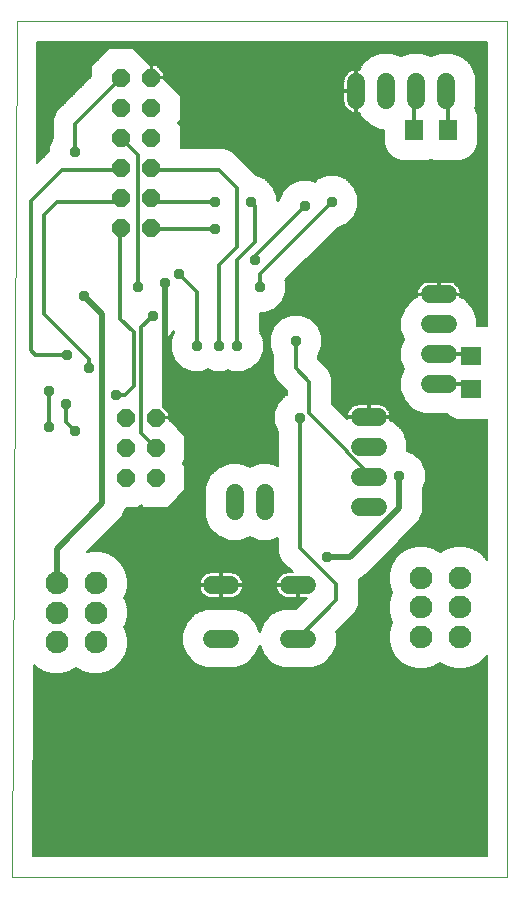
<source format=gbl>
G75*
%MOIN*%
%OFA0B0*%
%FSLAX25Y25*%
%IPPOS*%
%LPD*%
%AMOC8*
5,1,8,0,0,1.08239X$1,22.5*
%
%ADD10C,0.00000*%
%ADD11C,0.06000*%
%ADD12OC8,0.06000*%
%ADD13C,0.07600*%
%ADD14R,0.06299X0.07098*%
%ADD15R,0.07098X0.06299*%
%ADD16C,0.00600*%
%ADD17C,0.03765*%
%ADD18C,0.02000*%
%ADD19C,0.01200*%
D10*
X0029095Y0011756D02*
X0030595Y0297004D01*
X0194075Y0297004D01*
X0194075Y0011756D01*
X0029095Y0011756D01*
D11*
X0095701Y0091084D02*
X0101701Y0091084D01*
X0101701Y0108884D02*
X0095701Y0108884D01*
X0103154Y0133638D02*
X0103154Y0139638D01*
X0113154Y0139638D02*
X0113154Y0133638D01*
X0121301Y0108884D02*
X0127301Y0108884D01*
X0127301Y0091084D02*
X0121301Y0091084D01*
X0144839Y0134906D02*
X0150839Y0134906D01*
X0150839Y0144906D02*
X0144839Y0144906D01*
X0144839Y0154906D02*
X0150839Y0154906D01*
X0150839Y0164906D02*
X0144839Y0164906D01*
X0168225Y0175811D02*
X0174225Y0175811D01*
X0174225Y0185811D02*
X0168225Y0185811D01*
X0168225Y0195811D02*
X0174225Y0195811D01*
X0174225Y0205811D02*
X0168225Y0205811D01*
X0163764Y0270520D02*
X0163764Y0276520D01*
X0153764Y0276520D02*
X0153764Y0270520D01*
X0143764Y0270520D02*
X0143764Y0276520D01*
X0173764Y0276520D02*
X0173764Y0270520D01*
D12*
X0076855Y0164669D03*
X0076855Y0154669D03*
X0076855Y0144669D03*
X0066855Y0144669D03*
X0066855Y0154669D03*
X0066855Y0164669D03*
X0065355Y0227965D03*
X0065355Y0237965D03*
X0065355Y0247965D03*
X0065355Y0257965D03*
X0065355Y0267965D03*
X0065355Y0277965D03*
X0075355Y0277965D03*
X0075355Y0267965D03*
X0075355Y0257965D03*
X0075355Y0247965D03*
X0075355Y0237965D03*
X0075355Y0227965D03*
D13*
X0056855Y0109630D03*
X0056855Y0099787D03*
X0056855Y0089945D03*
X0043863Y0089945D03*
X0043863Y0099787D03*
X0043863Y0109630D03*
X0165280Y0111323D03*
X0165280Y0101480D03*
X0165280Y0091638D03*
X0178272Y0091638D03*
X0178272Y0101480D03*
X0178272Y0111323D03*
D14*
X0174194Y0260756D03*
X0162997Y0260756D03*
D15*
X0182095Y0185354D03*
X0182095Y0174157D03*
D16*
X0177173Y0164108D02*
X0187017Y0164108D01*
X0187175Y0164174D01*
X0187175Y0117302D01*
X0186834Y0117893D01*
X0184842Y0119885D01*
X0182402Y0121294D01*
X0179681Y0122023D01*
X0176864Y0122023D01*
X0174142Y0121294D01*
X0171776Y0119928D01*
X0169410Y0121294D01*
X0166689Y0122023D01*
X0163871Y0122023D01*
X0161150Y0121294D01*
X0158710Y0119885D01*
X0156718Y0117893D01*
X0155309Y0115453D01*
X0154580Y0112732D01*
X0154580Y0109914D01*
X0155309Y0107193D01*
X0155766Y0106402D01*
X0155309Y0105610D01*
X0154580Y0102889D01*
X0154580Y0100072D01*
X0155309Y0097350D01*
X0155766Y0096559D01*
X0155309Y0095768D01*
X0154580Y0093046D01*
X0154580Y0090229D01*
X0155309Y0087508D01*
X0156718Y0085068D01*
X0158710Y0083076D01*
X0161150Y0081667D01*
X0163871Y0080938D01*
X0166689Y0080938D01*
X0169410Y0081667D01*
X0171776Y0083033D01*
X0174142Y0081667D01*
X0176864Y0080938D01*
X0179681Y0080938D01*
X0182402Y0081667D01*
X0184842Y0083076D01*
X0186834Y0085068D01*
X0187175Y0085659D01*
X0187175Y0018656D01*
X0036032Y0018656D01*
X0036366Y0082309D01*
X0037293Y0081383D01*
X0039733Y0079974D01*
X0042454Y0079245D01*
X0045272Y0079245D01*
X0047993Y0079974D01*
X0050359Y0081340D01*
X0052725Y0079974D01*
X0055446Y0079245D01*
X0058264Y0079245D01*
X0060985Y0079974D01*
X0063425Y0081383D01*
X0065417Y0083375D01*
X0066826Y0085815D01*
X0067555Y0088536D01*
X0067555Y0091354D01*
X0066826Y0094075D01*
X0066369Y0094866D01*
X0066826Y0095657D01*
X0067555Y0098379D01*
X0067555Y0101196D01*
X0066826Y0103917D01*
X0066369Y0104709D01*
X0066826Y0105500D01*
X0067555Y0108221D01*
X0067555Y0111039D01*
X0066826Y0113760D01*
X0065417Y0116200D01*
X0063425Y0118192D01*
X0060985Y0119601D01*
X0058264Y0120330D01*
X0055446Y0120330D01*
X0053937Y0119925D01*
X0063570Y0129559D01*
X0065792Y0131781D01*
X0066995Y0134684D01*
X0066995Y0134769D01*
X0070956Y0134769D01*
X0071855Y0135669D01*
X0072754Y0134769D01*
X0080956Y0134769D01*
X0086755Y0140569D01*
X0086755Y0148770D01*
X0085856Y0149669D01*
X0086755Y0150569D01*
X0086755Y0158770D01*
X0080956Y0164569D01*
X0079434Y0164569D01*
X0079434Y0164969D01*
X0081155Y0164969D01*
X0081155Y0166450D01*
X0079434Y0168172D01*
X0079434Y0190733D01*
X0080846Y0191318D01*
X0083073Y0193545D01*
X0081812Y0190503D01*
X0081812Y0187009D01*
X0083150Y0183781D01*
X0085620Y0181310D01*
X0088848Y0179973D01*
X0092342Y0179973D01*
X0094345Y0180803D01*
X0096348Y0179973D01*
X0099842Y0179973D01*
X0101095Y0180492D01*
X0102348Y0179973D01*
X0105842Y0179973D01*
X0109070Y0181310D01*
X0111541Y0183781D01*
X0112878Y0187009D01*
X0112878Y0190503D01*
X0111595Y0193600D01*
X0111595Y0199473D01*
X0113342Y0199473D01*
X0116570Y0200810D01*
X0119041Y0203281D01*
X0120378Y0206509D01*
X0120378Y0210003D01*
X0120106Y0210660D01*
X0137473Y0228028D01*
X0140570Y0229310D01*
X0143041Y0231781D01*
X0144378Y0235009D01*
X0144378Y0238503D01*
X0143041Y0241731D01*
X0140570Y0244201D01*
X0137342Y0245539D01*
X0133848Y0245539D01*
X0130620Y0244201D01*
X0129838Y0243419D01*
X0128342Y0244039D01*
X0124848Y0244039D01*
X0121620Y0242701D01*
X0119150Y0240231D01*
X0117867Y0237134D01*
X0117562Y0236829D01*
X0117378Y0237272D01*
X0117378Y0238503D01*
X0116041Y0241731D01*
X0113570Y0244201D01*
X0110459Y0245490D01*
X0110453Y0245504D01*
X0104453Y0251504D01*
X0102344Y0253614D01*
X0099587Y0254756D01*
X0085255Y0254756D01*
X0085255Y0262065D01*
X0084356Y0262965D01*
X0085255Y0263864D01*
X0085255Y0272065D01*
X0079456Y0277865D01*
X0075655Y0277865D01*
X0075655Y0278265D01*
X0075255Y0278265D01*
X0075255Y0282065D01*
X0069456Y0287865D01*
X0061254Y0287865D01*
X0055455Y0282065D01*
X0055455Y0278671D01*
X0043737Y0266953D01*
X0042595Y0264197D01*
X0042595Y0258100D01*
X0041312Y0255003D01*
X0041312Y0253580D01*
X0039237Y0251504D01*
X0037245Y0249513D01*
X0037459Y0290104D01*
X0187175Y0290104D01*
X0187175Y0195338D01*
X0187017Y0195404D01*
X0184125Y0195404D01*
X0184125Y0197780D01*
X0182618Y0201419D01*
X0179833Y0204204D01*
X0178415Y0204791D01*
X0178419Y0204804D01*
X0178525Y0205473D01*
X0178525Y0205511D01*
X0176677Y0205511D01*
X0176194Y0205711D01*
X0171525Y0205711D01*
X0171525Y0206111D01*
X0170925Y0206111D01*
X0170925Y0205711D01*
X0166256Y0205711D01*
X0165773Y0205511D01*
X0163925Y0205511D01*
X0163925Y0205473D01*
X0164031Y0204804D01*
X0164035Y0204791D01*
X0162617Y0204204D01*
X0159832Y0201419D01*
X0158325Y0197780D01*
X0158325Y0193842D01*
X0159580Y0190811D01*
X0158325Y0187780D01*
X0158325Y0183842D01*
X0159580Y0180811D01*
X0158325Y0177780D01*
X0158325Y0173842D01*
X0159832Y0170203D01*
X0162617Y0167418D01*
X0166256Y0165911D01*
X0173885Y0165911D01*
X0174637Y0165158D01*
X0177173Y0164108D01*
X0176525Y0164376D02*
X0155109Y0164376D01*
X0155139Y0164567D02*
X0155139Y0164606D01*
X0153291Y0164606D01*
X0152808Y0164805D01*
X0148139Y0164805D01*
X0148139Y0165205D01*
X0155139Y0165205D01*
X0155139Y0165244D01*
X0155033Y0165912D01*
X0154824Y0166556D01*
X0154517Y0167159D01*
X0154119Y0167707D01*
X0153640Y0168185D01*
X0153093Y0168583D01*
X0152490Y0168890D01*
X0151846Y0169100D01*
X0151178Y0169205D01*
X0148139Y0169205D01*
X0148139Y0165206D01*
X0147539Y0165206D01*
X0147539Y0169205D01*
X0144501Y0169205D01*
X0143832Y0169100D01*
X0143189Y0168890D01*
X0142586Y0168583D01*
X0142038Y0168185D01*
X0141559Y0167707D01*
X0141162Y0167159D01*
X0140854Y0166556D01*
X0140645Y0165912D01*
X0140539Y0165244D01*
X0140539Y0165205D01*
X0147539Y0165205D01*
X0147539Y0164805D01*
X0142870Y0164805D01*
X0142387Y0164606D01*
X0140539Y0164606D01*
X0140539Y0164567D01*
X0140567Y0164390D01*
X0135851Y0169107D01*
X0135595Y0169363D01*
X0135595Y0178248D01*
X0134453Y0181004D01*
X0132344Y0183114D01*
X0131095Y0184362D01*
X0131095Y0185412D01*
X0132378Y0188509D01*
X0132378Y0192003D01*
X0131041Y0195231D01*
X0128570Y0197701D01*
X0125342Y0199039D01*
X0121848Y0199039D01*
X0118620Y0197701D01*
X0116150Y0195231D01*
X0114812Y0192003D01*
X0114812Y0188509D01*
X0116095Y0185412D01*
X0116095Y0179764D01*
X0117237Y0177007D01*
X0120595Y0173649D01*
X0120595Y0172398D01*
X0120120Y0172201D01*
X0117650Y0169731D01*
X0116312Y0166503D01*
X0116312Y0163009D01*
X0117595Y0159912D01*
X0117595Y0148514D01*
X0115123Y0149538D01*
X0111185Y0149538D01*
X0108154Y0148282D01*
X0105123Y0149538D01*
X0101185Y0149538D01*
X0097546Y0148031D01*
X0094761Y0145246D01*
X0093254Y0141607D01*
X0093254Y0131669D01*
X0094761Y0128030D01*
X0097546Y0125245D01*
X0101185Y0123738D01*
X0105123Y0123738D01*
X0108154Y0124993D01*
X0111185Y0123738D01*
X0115123Y0123738D01*
X0117595Y0124762D01*
X0117595Y0119764D01*
X0118737Y0117007D01*
X0122560Y0113184D01*
X0120962Y0113184D01*
X0120294Y0113078D01*
X0119650Y0112869D01*
X0119047Y0112562D01*
X0118499Y0112164D01*
X0118021Y0111686D01*
X0117623Y0111138D01*
X0117316Y0110535D01*
X0117107Y0109891D01*
X0117001Y0109223D01*
X0117001Y0109184D01*
X0124001Y0109184D01*
X0124001Y0108584D01*
X0124601Y0108584D01*
X0124601Y0104584D01*
X0127194Y0104584D01*
X0123594Y0100984D01*
X0119331Y0100984D01*
X0115693Y0099477D01*
X0112908Y0096692D01*
X0111501Y0093295D01*
X0110093Y0096692D01*
X0107309Y0099477D01*
X0103670Y0100984D01*
X0093731Y0100984D01*
X0090093Y0099477D01*
X0087308Y0096692D01*
X0085801Y0093053D01*
X0085801Y0089115D01*
X0087308Y0085476D01*
X0090093Y0082691D01*
X0093731Y0081184D01*
X0103670Y0081184D01*
X0107309Y0082691D01*
X0110093Y0085476D01*
X0111501Y0088874D01*
X0112908Y0085476D01*
X0115693Y0082691D01*
X0119331Y0081184D01*
X0129270Y0081184D01*
X0132909Y0082691D01*
X0135693Y0085476D01*
X0137201Y0089115D01*
X0137201Y0093053D01*
X0137106Y0093283D01*
X0143453Y0099630D01*
X0144595Y0102387D01*
X0144595Y0110748D01*
X0144524Y0110918D01*
X0146070Y0111559D01*
X0148292Y0113781D01*
X0164792Y0130281D01*
X0165995Y0133184D01*
X0165995Y0141378D01*
X0166878Y0143509D01*
X0166878Y0147003D01*
X0165541Y0150231D01*
X0163070Y0152701D01*
X0160739Y0153667D01*
X0160739Y0156875D01*
X0159232Y0160513D01*
X0156447Y0163298D01*
X0155029Y0163886D01*
X0155033Y0163899D01*
X0155139Y0164567D01*
X0155290Y0163778D02*
X0187175Y0163778D01*
X0187175Y0163179D02*
X0156566Y0163179D01*
X0157165Y0162581D02*
X0187175Y0162581D01*
X0187175Y0161982D02*
X0157763Y0161982D01*
X0158362Y0161384D02*
X0187175Y0161384D01*
X0187175Y0160785D02*
X0158960Y0160785D01*
X0159367Y0160187D02*
X0187175Y0160187D01*
X0187175Y0159588D02*
X0159615Y0159588D01*
X0159863Y0158990D02*
X0187175Y0158990D01*
X0187175Y0158391D02*
X0160111Y0158391D01*
X0160359Y0157793D02*
X0187175Y0157793D01*
X0187175Y0157194D02*
X0160607Y0157194D01*
X0160739Y0156596D02*
X0187175Y0156596D01*
X0187175Y0155997D02*
X0160739Y0155997D01*
X0160739Y0155399D02*
X0187175Y0155399D01*
X0187175Y0154800D02*
X0160739Y0154800D01*
X0160739Y0154202D02*
X0187175Y0154202D01*
X0187175Y0153603D02*
X0160893Y0153603D01*
X0162338Y0153005D02*
X0187175Y0153005D01*
X0187175Y0152406D02*
X0163366Y0152406D01*
X0163964Y0151808D02*
X0187175Y0151808D01*
X0187175Y0151209D02*
X0164563Y0151209D01*
X0165161Y0150611D02*
X0187175Y0150611D01*
X0187175Y0150012D02*
X0165631Y0150012D01*
X0165879Y0149414D02*
X0187175Y0149414D01*
X0187175Y0148815D02*
X0166127Y0148815D01*
X0166375Y0148216D02*
X0187175Y0148216D01*
X0187175Y0147618D02*
X0166623Y0147618D01*
X0166871Y0147019D02*
X0187175Y0147019D01*
X0187175Y0146421D02*
X0166878Y0146421D01*
X0166878Y0145822D02*
X0187175Y0145822D01*
X0187175Y0145224D02*
X0166878Y0145224D01*
X0166878Y0144625D02*
X0187175Y0144625D01*
X0187175Y0144027D02*
X0166878Y0144027D01*
X0166844Y0143428D02*
X0187175Y0143428D01*
X0187175Y0142830D02*
X0166597Y0142830D01*
X0166349Y0142231D02*
X0187175Y0142231D01*
X0187175Y0141633D02*
X0166101Y0141633D01*
X0165995Y0141034D02*
X0187175Y0141034D01*
X0187175Y0140436D02*
X0165995Y0140436D01*
X0165995Y0139837D02*
X0187175Y0139837D01*
X0187175Y0139239D02*
X0165995Y0139239D01*
X0165995Y0138640D02*
X0187175Y0138640D01*
X0187175Y0138042D02*
X0165995Y0138042D01*
X0165995Y0137443D02*
X0187175Y0137443D01*
X0187175Y0136845D02*
X0165995Y0136845D01*
X0165995Y0136246D02*
X0187175Y0136246D01*
X0187175Y0135648D02*
X0165995Y0135648D01*
X0165995Y0135049D02*
X0187175Y0135049D01*
X0187175Y0134451D02*
X0165995Y0134451D01*
X0165995Y0133852D02*
X0187175Y0133852D01*
X0187175Y0133254D02*
X0165995Y0133254D01*
X0165776Y0132655D02*
X0187175Y0132655D01*
X0187175Y0132057D02*
X0165528Y0132057D01*
X0165280Y0131458D02*
X0187175Y0131458D01*
X0187175Y0130860D02*
X0165032Y0130860D01*
X0164773Y0130261D02*
X0187175Y0130261D01*
X0187175Y0129663D02*
X0164174Y0129663D01*
X0163576Y0129064D02*
X0187175Y0129064D01*
X0187175Y0128466D02*
X0162977Y0128466D01*
X0162379Y0127867D02*
X0187175Y0127867D01*
X0187175Y0127269D02*
X0161780Y0127269D01*
X0161182Y0126670D02*
X0187175Y0126670D01*
X0187175Y0126072D02*
X0160583Y0126072D01*
X0159985Y0125473D02*
X0187175Y0125473D01*
X0187175Y0124875D02*
X0159386Y0124875D01*
X0158788Y0124276D02*
X0187175Y0124276D01*
X0187175Y0123678D02*
X0158189Y0123678D01*
X0157591Y0123079D02*
X0187175Y0123079D01*
X0187175Y0122480D02*
X0156992Y0122480D01*
X0156394Y0121882D02*
X0163346Y0121882D01*
X0161133Y0121283D02*
X0155795Y0121283D01*
X0155196Y0120685D02*
X0160096Y0120685D01*
X0159059Y0120086D02*
X0154598Y0120086D01*
X0153999Y0119488D02*
X0158313Y0119488D01*
X0157715Y0118889D02*
X0153401Y0118889D01*
X0152802Y0118291D02*
X0157116Y0118291D01*
X0156602Y0117692D02*
X0152204Y0117692D01*
X0151605Y0117094D02*
X0156257Y0117094D01*
X0155911Y0116495D02*
X0151007Y0116495D01*
X0150408Y0115897D02*
X0155566Y0115897D01*
X0155268Y0115298D02*
X0149810Y0115298D01*
X0149211Y0114700D02*
X0155108Y0114700D01*
X0154947Y0114101D02*
X0148613Y0114101D01*
X0148014Y0113503D02*
X0154787Y0113503D01*
X0154626Y0112904D02*
X0147416Y0112904D01*
X0146817Y0112306D02*
X0154580Y0112306D01*
X0154580Y0111707D02*
X0146219Y0111707D01*
X0144984Y0111109D02*
X0154580Y0111109D01*
X0154580Y0110510D02*
X0144595Y0110510D01*
X0144595Y0109912D02*
X0154581Y0109912D01*
X0154741Y0109313D02*
X0144595Y0109313D01*
X0144595Y0108715D02*
X0154902Y0108715D01*
X0155062Y0108116D02*
X0144595Y0108116D01*
X0144595Y0107518D02*
X0155222Y0107518D01*
X0155467Y0106919D02*
X0144595Y0106919D01*
X0144595Y0106321D02*
X0155719Y0106321D01*
X0155374Y0105722D02*
X0144595Y0105722D01*
X0144595Y0105124D02*
X0155179Y0105124D01*
X0155019Y0104525D02*
X0144595Y0104525D01*
X0144595Y0103927D02*
X0154858Y0103927D01*
X0154698Y0103328D02*
X0144595Y0103328D01*
X0144595Y0102730D02*
X0154580Y0102730D01*
X0154580Y0102131D02*
X0144489Y0102131D01*
X0144241Y0101533D02*
X0154580Y0101533D01*
X0154580Y0100934D02*
X0143993Y0100934D01*
X0143745Y0100336D02*
X0154580Y0100336D01*
X0154670Y0099737D02*
X0143498Y0099737D01*
X0142962Y0099139D02*
X0154830Y0099139D01*
X0154991Y0098540D02*
X0142363Y0098540D01*
X0141765Y0097942D02*
X0155151Y0097942D01*
X0155314Y0097343D02*
X0141166Y0097343D01*
X0140567Y0096745D02*
X0155659Y0096745D01*
X0155528Y0096146D02*
X0139969Y0096146D01*
X0139370Y0095547D02*
X0155250Y0095547D01*
X0155090Y0094949D02*
X0138772Y0094949D01*
X0138173Y0094350D02*
X0154930Y0094350D01*
X0154769Y0093752D02*
X0137575Y0093752D01*
X0137159Y0093153D02*
X0154609Y0093153D01*
X0154580Y0092555D02*
X0137201Y0092555D01*
X0137201Y0091956D02*
X0154580Y0091956D01*
X0154580Y0091358D02*
X0137201Y0091358D01*
X0137201Y0090759D02*
X0154580Y0090759D01*
X0154598Y0090161D02*
X0137201Y0090161D01*
X0137201Y0089562D02*
X0154759Y0089562D01*
X0154919Y0088964D02*
X0137138Y0088964D01*
X0136890Y0088365D02*
X0155080Y0088365D01*
X0155240Y0087767D02*
X0136642Y0087767D01*
X0136394Y0087168D02*
X0155505Y0087168D01*
X0155851Y0086570D02*
X0136146Y0086570D01*
X0135898Y0085971D02*
X0156196Y0085971D01*
X0156542Y0085373D02*
X0135590Y0085373D01*
X0134991Y0084774D02*
X0157012Y0084774D01*
X0157610Y0084176D02*
X0134393Y0084176D01*
X0133794Y0083577D02*
X0158209Y0083577D01*
X0158878Y0082979D02*
X0133196Y0082979D01*
X0132157Y0082380D02*
X0159915Y0082380D01*
X0160951Y0081782D02*
X0130712Y0081782D01*
X0124142Y0101533D02*
X0067465Y0101533D01*
X0067555Y0100934D02*
X0093610Y0100934D01*
X0092165Y0100336D02*
X0067555Y0100336D01*
X0067555Y0099737D02*
X0090720Y0099737D01*
X0089754Y0099139D02*
X0067555Y0099139D01*
X0067555Y0098540D02*
X0089156Y0098540D01*
X0088557Y0097942D02*
X0067438Y0097942D01*
X0067277Y0097343D02*
X0087959Y0097343D01*
X0087360Y0096745D02*
X0067117Y0096745D01*
X0066957Y0096146D02*
X0087082Y0096146D01*
X0086834Y0095547D02*
X0066762Y0095547D01*
X0066417Y0094949D02*
X0086586Y0094949D01*
X0086338Y0094350D02*
X0066667Y0094350D01*
X0066912Y0093752D02*
X0086090Y0093752D01*
X0085842Y0093153D02*
X0067073Y0093153D01*
X0067233Y0092555D02*
X0085801Y0092555D01*
X0085801Y0091956D02*
X0067393Y0091956D01*
X0067554Y0091358D02*
X0085801Y0091358D01*
X0085801Y0090759D02*
X0067555Y0090759D01*
X0067555Y0090161D02*
X0085801Y0090161D01*
X0085801Y0089562D02*
X0067555Y0089562D01*
X0067555Y0088964D02*
X0085863Y0088964D01*
X0086111Y0088365D02*
X0067509Y0088365D01*
X0067349Y0087767D02*
X0086359Y0087767D01*
X0086607Y0087168D02*
X0067188Y0087168D01*
X0067028Y0086570D02*
X0086855Y0086570D01*
X0087103Y0085971D02*
X0066868Y0085971D01*
X0066571Y0085373D02*
X0087411Y0085373D01*
X0088010Y0084774D02*
X0066225Y0084774D01*
X0065879Y0084176D02*
X0088608Y0084176D01*
X0089207Y0083577D02*
X0065534Y0083577D01*
X0065021Y0082979D02*
X0089805Y0082979D01*
X0090844Y0082380D02*
X0064422Y0082380D01*
X0063824Y0081782D02*
X0092289Y0081782D01*
X0103791Y0100934D02*
X0119210Y0100934D01*
X0117765Y0100336D02*
X0105236Y0100336D01*
X0106681Y0099737D02*
X0116320Y0099737D01*
X0115354Y0099139D02*
X0107647Y0099139D01*
X0108246Y0098540D02*
X0114756Y0098540D01*
X0114157Y0097942D02*
X0108844Y0097942D01*
X0109443Y0097343D02*
X0113559Y0097343D01*
X0112960Y0096745D02*
X0110041Y0096745D01*
X0110320Y0096146D02*
X0112682Y0096146D01*
X0112434Y0095547D02*
X0110568Y0095547D01*
X0110816Y0094949D02*
X0112186Y0094949D01*
X0111938Y0094350D02*
X0111063Y0094350D01*
X0111311Y0093752D02*
X0111690Y0093752D01*
X0111711Y0088365D02*
X0111290Y0088365D01*
X0111042Y0087767D02*
X0111959Y0087767D01*
X0112207Y0087168D02*
X0110794Y0087168D01*
X0110546Y0086570D02*
X0112455Y0086570D01*
X0112703Y0085971D02*
X0110298Y0085971D01*
X0109990Y0085373D02*
X0113011Y0085373D01*
X0113610Y0084774D02*
X0109391Y0084774D01*
X0108793Y0084176D02*
X0114208Y0084176D01*
X0114807Y0083577D02*
X0108194Y0083577D01*
X0107596Y0082979D02*
X0115405Y0082979D01*
X0116444Y0082380D02*
X0106557Y0082380D01*
X0105112Y0081782D02*
X0117889Y0081782D01*
X0124741Y0102131D02*
X0067304Y0102131D01*
X0067144Y0102730D02*
X0125339Y0102730D01*
X0125938Y0103328D02*
X0066984Y0103328D01*
X0066820Y0103927D02*
X0126536Y0103927D01*
X0127135Y0104525D02*
X0066475Y0104525D01*
X0066609Y0105124D02*
X0093610Y0105124D01*
X0093447Y0105207D02*
X0094050Y0104899D01*
X0094694Y0104690D01*
X0095362Y0104584D01*
X0098401Y0104584D01*
X0098401Y0108584D01*
X0099001Y0108584D01*
X0099001Y0109184D01*
X0106001Y0109184D01*
X0106001Y0109223D01*
X0105895Y0109891D01*
X0105686Y0110535D01*
X0105378Y0111138D01*
X0104980Y0111686D01*
X0104502Y0112164D01*
X0103954Y0112562D01*
X0103351Y0112869D01*
X0102708Y0113078D01*
X0102039Y0113184D01*
X0099001Y0113184D01*
X0099001Y0109184D01*
X0098401Y0109184D01*
X0098401Y0113184D01*
X0095362Y0113184D01*
X0094694Y0113078D01*
X0094050Y0112869D01*
X0093447Y0112562D01*
X0092899Y0112164D01*
X0092421Y0111686D01*
X0092023Y0111138D01*
X0091716Y0110535D01*
X0091507Y0109891D01*
X0091401Y0109223D01*
X0091401Y0109184D01*
X0098401Y0109184D01*
X0098401Y0108584D01*
X0091401Y0108584D01*
X0091401Y0108546D01*
X0091507Y0107877D01*
X0091716Y0107234D01*
X0092023Y0106631D01*
X0092421Y0106083D01*
X0092899Y0105604D01*
X0093447Y0105207D01*
X0092782Y0105722D02*
X0066885Y0105722D01*
X0067046Y0106321D02*
X0092248Y0106321D01*
X0091876Y0106919D02*
X0067206Y0106919D01*
X0067366Y0107518D02*
X0091623Y0107518D01*
X0091469Y0108116D02*
X0067527Y0108116D01*
X0067555Y0108715D02*
X0098401Y0108715D01*
X0098401Y0109313D02*
X0099001Y0109313D01*
X0099001Y0108715D02*
X0124001Y0108715D01*
X0124001Y0108584D02*
X0117001Y0108584D01*
X0117001Y0108546D01*
X0117107Y0107877D01*
X0117316Y0107234D01*
X0117623Y0106631D01*
X0118021Y0106083D01*
X0118499Y0105604D01*
X0119047Y0105207D01*
X0119650Y0104899D01*
X0120294Y0104690D01*
X0120962Y0104584D01*
X0124001Y0104584D01*
X0124001Y0108584D01*
X0124001Y0108116D02*
X0124601Y0108116D01*
X0124601Y0107518D02*
X0124001Y0107518D01*
X0124001Y0106919D02*
X0124601Y0106919D01*
X0124601Y0106321D02*
X0124001Y0106321D01*
X0124001Y0105722D02*
X0124601Y0105722D01*
X0124601Y0105124D02*
X0124001Y0105124D01*
X0119210Y0105124D02*
X0103792Y0105124D01*
X0103954Y0105207D02*
X0104502Y0105604D01*
X0104980Y0106083D01*
X0105378Y0106631D01*
X0105686Y0107234D01*
X0105895Y0107877D01*
X0106001Y0108546D01*
X0106001Y0108584D01*
X0099001Y0108584D01*
X0099001Y0104584D01*
X0102039Y0104584D01*
X0102708Y0104690D01*
X0103351Y0104899D01*
X0103954Y0105207D01*
X0104620Y0105722D02*
X0118382Y0105722D01*
X0117848Y0106321D02*
X0105153Y0106321D01*
X0105525Y0106919D02*
X0117476Y0106919D01*
X0117223Y0107518D02*
X0105778Y0107518D01*
X0105933Y0108116D02*
X0117069Y0108116D01*
X0117015Y0109313D02*
X0105986Y0109313D01*
X0105888Y0109912D02*
X0117113Y0109912D01*
X0117308Y0110510D02*
X0105694Y0110510D01*
X0105393Y0111109D02*
X0117608Y0111109D01*
X0118043Y0111707D02*
X0104959Y0111707D01*
X0104307Y0112306D02*
X0118694Y0112306D01*
X0119758Y0112904D02*
X0103243Y0112904D01*
X0099001Y0112904D02*
X0098401Y0112904D01*
X0098401Y0112306D02*
X0099001Y0112306D01*
X0099001Y0111707D02*
X0098401Y0111707D01*
X0098401Y0111109D02*
X0099001Y0111109D01*
X0099001Y0110510D02*
X0098401Y0110510D01*
X0098401Y0109912D02*
X0099001Y0109912D01*
X0099001Y0108116D02*
X0098401Y0108116D01*
X0098401Y0107518D02*
X0099001Y0107518D01*
X0099001Y0106919D02*
X0098401Y0106919D01*
X0098401Y0106321D02*
X0099001Y0106321D01*
X0099001Y0105722D02*
X0098401Y0105722D01*
X0098401Y0105124D02*
X0099001Y0105124D01*
X0094158Y0112904D02*
X0067055Y0112904D01*
X0067215Y0112306D02*
X0093094Y0112306D01*
X0092443Y0111707D02*
X0067376Y0111707D01*
X0067536Y0111109D02*
X0092008Y0111109D01*
X0091708Y0110510D02*
X0067555Y0110510D01*
X0067555Y0109912D02*
X0091513Y0109912D01*
X0091415Y0109313D02*
X0067555Y0109313D01*
X0066895Y0113503D02*
X0122242Y0113503D01*
X0121643Y0114101D02*
X0066629Y0114101D01*
X0066283Y0114700D02*
X0121045Y0114700D01*
X0120446Y0115298D02*
X0065938Y0115298D01*
X0065592Y0115897D02*
X0119848Y0115897D01*
X0119249Y0116495D02*
X0065122Y0116495D01*
X0064523Y0117094D02*
X0118701Y0117094D01*
X0118453Y0117692D02*
X0063925Y0117692D01*
X0063254Y0118291D02*
X0118205Y0118291D01*
X0117957Y0118889D02*
X0062217Y0118889D01*
X0061180Y0119488D02*
X0117709Y0119488D01*
X0117595Y0120086D02*
X0059172Y0120086D01*
X0057091Y0123079D02*
X0117595Y0123079D01*
X0117595Y0122480D02*
X0056492Y0122480D01*
X0055893Y0121882D02*
X0117595Y0121882D01*
X0117595Y0121283D02*
X0055295Y0121283D01*
X0054696Y0120685D02*
X0117595Y0120685D01*
X0117595Y0123678D02*
X0057689Y0123678D01*
X0058288Y0124276D02*
X0099886Y0124276D01*
X0098441Y0124875D02*
X0058886Y0124875D01*
X0059485Y0125473D02*
X0097318Y0125473D01*
X0096720Y0126072D02*
X0060083Y0126072D01*
X0060682Y0126670D02*
X0096121Y0126670D01*
X0095523Y0127269D02*
X0061280Y0127269D01*
X0061879Y0127867D02*
X0094924Y0127867D01*
X0094581Y0128466D02*
X0062477Y0128466D01*
X0063076Y0129064D02*
X0094333Y0129064D01*
X0094085Y0129663D02*
X0063674Y0129663D01*
X0064273Y0130261D02*
X0093837Y0130261D01*
X0093589Y0130860D02*
X0064871Y0130860D01*
X0065470Y0131458D02*
X0093341Y0131458D01*
X0093254Y0132057D02*
X0065907Y0132057D01*
X0066155Y0132655D02*
X0093254Y0132655D01*
X0093254Y0133254D02*
X0066402Y0133254D01*
X0066650Y0133852D02*
X0093254Y0133852D01*
X0093254Y0134451D02*
X0066898Y0134451D01*
X0071236Y0135049D02*
X0072474Y0135049D01*
X0071876Y0135648D02*
X0071834Y0135648D01*
X0081236Y0135049D02*
X0093254Y0135049D01*
X0093254Y0135648D02*
X0081834Y0135648D01*
X0082433Y0136246D02*
X0093254Y0136246D01*
X0093254Y0136845D02*
X0083031Y0136845D01*
X0083630Y0137443D02*
X0093254Y0137443D01*
X0093254Y0138042D02*
X0084228Y0138042D01*
X0084827Y0138640D02*
X0093254Y0138640D01*
X0093254Y0139239D02*
X0085425Y0139239D01*
X0086024Y0139837D02*
X0093254Y0139837D01*
X0093254Y0140436D02*
X0086622Y0140436D01*
X0086755Y0141034D02*
X0093254Y0141034D01*
X0093265Y0141633D02*
X0086755Y0141633D01*
X0086755Y0142231D02*
X0093513Y0142231D01*
X0093761Y0142830D02*
X0086755Y0142830D01*
X0086755Y0143428D02*
X0094009Y0143428D01*
X0094257Y0144027D02*
X0086755Y0144027D01*
X0086755Y0144625D02*
X0094504Y0144625D01*
X0094752Y0145224D02*
X0086755Y0145224D01*
X0086755Y0145822D02*
X0095338Y0145822D01*
X0095937Y0146421D02*
X0086755Y0146421D01*
X0086755Y0147019D02*
X0096535Y0147019D01*
X0097134Y0147618D02*
X0086755Y0147618D01*
X0086755Y0148216D02*
X0097995Y0148216D01*
X0099440Y0148815D02*
X0086710Y0148815D01*
X0086111Y0149414D02*
X0100885Y0149414D01*
X0105423Y0149414D02*
X0110885Y0149414D01*
X0109440Y0148815D02*
X0106868Y0148815D01*
X0115423Y0149414D02*
X0117595Y0149414D01*
X0117595Y0150012D02*
X0086198Y0150012D01*
X0086755Y0150611D02*
X0117595Y0150611D01*
X0117595Y0151209D02*
X0086755Y0151209D01*
X0086755Y0151808D02*
X0117595Y0151808D01*
X0117595Y0152406D02*
X0086755Y0152406D01*
X0086755Y0153005D02*
X0117595Y0153005D01*
X0117595Y0153603D02*
X0086755Y0153603D01*
X0086755Y0154202D02*
X0117595Y0154202D01*
X0117595Y0154800D02*
X0086755Y0154800D01*
X0086755Y0155399D02*
X0117595Y0155399D01*
X0117595Y0155997D02*
X0086755Y0155997D01*
X0086755Y0156596D02*
X0117595Y0156596D01*
X0117595Y0157194D02*
X0086755Y0157194D01*
X0086755Y0157793D02*
X0117595Y0157793D01*
X0117595Y0158391D02*
X0086755Y0158391D01*
X0086535Y0158990D02*
X0117595Y0158990D01*
X0117595Y0159588D02*
X0085937Y0159588D01*
X0085338Y0160187D02*
X0117481Y0160187D01*
X0117234Y0160785D02*
X0084740Y0160785D01*
X0084141Y0161384D02*
X0116986Y0161384D01*
X0116738Y0161982D02*
X0083543Y0161982D01*
X0082944Y0162581D02*
X0116490Y0162581D01*
X0116312Y0163179D02*
X0082346Y0163179D01*
X0081747Y0163778D02*
X0116312Y0163778D01*
X0116312Y0164376D02*
X0081149Y0164376D01*
X0081155Y0164975D02*
X0116312Y0164975D01*
X0116312Y0165573D02*
X0081155Y0165573D01*
X0081155Y0166172D02*
X0116312Y0166172D01*
X0116423Y0166770D02*
X0080835Y0166770D01*
X0080237Y0167369D02*
X0116671Y0167369D01*
X0116919Y0167967D02*
X0079638Y0167967D01*
X0079434Y0168566D02*
X0117167Y0168566D01*
X0117415Y0169164D02*
X0079434Y0169164D01*
X0079434Y0169763D02*
X0117682Y0169763D01*
X0118280Y0170361D02*
X0079434Y0170361D01*
X0079434Y0170960D02*
X0118879Y0170960D01*
X0119477Y0171558D02*
X0079434Y0171558D01*
X0079434Y0172157D02*
X0120076Y0172157D01*
X0120595Y0172755D02*
X0079434Y0172755D01*
X0079434Y0173354D02*
X0120595Y0173354D01*
X0120292Y0173952D02*
X0079434Y0173952D01*
X0079434Y0174551D02*
X0119693Y0174551D01*
X0119095Y0175149D02*
X0079434Y0175149D01*
X0079434Y0175748D02*
X0118496Y0175748D01*
X0117898Y0176347D02*
X0079434Y0176347D01*
X0079434Y0176945D02*
X0117299Y0176945D01*
X0117015Y0177544D02*
X0079434Y0177544D01*
X0079434Y0178142D02*
X0116767Y0178142D01*
X0116519Y0178741D02*
X0079434Y0178741D01*
X0079434Y0179339D02*
X0116271Y0179339D01*
X0116095Y0179938D02*
X0079434Y0179938D01*
X0079434Y0180536D02*
X0087489Y0180536D01*
X0086044Y0181135D02*
X0079434Y0181135D01*
X0079434Y0181733D02*
X0085197Y0181733D01*
X0084599Y0182332D02*
X0079434Y0182332D01*
X0079434Y0182930D02*
X0084000Y0182930D01*
X0083402Y0183529D02*
X0079434Y0183529D01*
X0079434Y0184127D02*
X0083006Y0184127D01*
X0082758Y0184726D02*
X0079434Y0184726D01*
X0079434Y0185324D02*
X0082510Y0185324D01*
X0082262Y0185923D02*
X0079434Y0185923D01*
X0079434Y0186521D02*
X0082014Y0186521D01*
X0081812Y0187120D02*
X0079434Y0187120D01*
X0079434Y0187718D02*
X0081812Y0187718D01*
X0081812Y0188317D02*
X0079434Y0188317D01*
X0079434Y0188915D02*
X0081812Y0188915D01*
X0081812Y0189514D02*
X0079434Y0189514D01*
X0079434Y0190112D02*
X0081812Y0190112D01*
X0081899Y0190711D02*
X0079434Y0190711D01*
X0080824Y0191309D02*
X0082146Y0191309D01*
X0082394Y0191908D02*
X0081435Y0191908D01*
X0082034Y0192506D02*
X0082642Y0192506D01*
X0082632Y0193105D02*
X0082890Y0193105D01*
X0093701Y0180536D02*
X0094989Y0180536D01*
X0107201Y0180536D02*
X0116095Y0180536D01*
X0116095Y0181135D02*
X0108646Y0181135D01*
X0109493Y0181733D02*
X0116095Y0181733D01*
X0116095Y0182332D02*
X0110091Y0182332D01*
X0110690Y0182930D02*
X0116095Y0182930D01*
X0116095Y0183529D02*
X0111288Y0183529D01*
X0111684Y0184127D02*
X0116095Y0184127D01*
X0116095Y0184726D02*
X0111932Y0184726D01*
X0112180Y0185324D02*
X0116095Y0185324D01*
X0115884Y0185923D02*
X0112428Y0185923D01*
X0112676Y0186521D02*
X0115636Y0186521D01*
X0115388Y0187120D02*
X0112878Y0187120D01*
X0112878Y0187718D02*
X0115140Y0187718D01*
X0114892Y0188317D02*
X0112878Y0188317D01*
X0112878Y0188915D02*
X0114812Y0188915D01*
X0114812Y0189514D02*
X0112878Y0189514D01*
X0112878Y0190112D02*
X0114812Y0190112D01*
X0114812Y0190711D02*
X0112792Y0190711D01*
X0112544Y0191309D02*
X0114812Y0191309D01*
X0114812Y0191908D02*
X0112296Y0191908D01*
X0112048Y0192506D02*
X0115021Y0192506D01*
X0115269Y0193105D02*
X0111800Y0193105D01*
X0111595Y0193703D02*
X0115517Y0193703D01*
X0115765Y0194302D02*
X0111595Y0194302D01*
X0111595Y0194900D02*
X0116013Y0194900D01*
X0116418Y0195499D02*
X0111595Y0195499D01*
X0111595Y0196097D02*
X0117016Y0196097D01*
X0117615Y0196696D02*
X0111595Y0196696D01*
X0111595Y0197294D02*
X0118213Y0197294D01*
X0119082Y0197893D02*
X0111595Y0197893D01*
X0111595Y0198491D02*
X0120527Y0198491D01*
X0118441Y0202681D02*
X0161094Y0202681D01*
X0160496Y0202083D02*
X0117842Y0202083D01*
X0117244Y0201484D02*
X0159897Y0201484D01*
X0159611Y0200885D02*
X0116645Y0200885D01*
X0115307Y0200287D02*
X0159363Y0200287D01*
X0159115Y0199688D02*
X0113862Y0199688D01*
X0111595Y0199090D02*
X0158868Y0199090D01*
X0158620Y0198491D02*
X0126663Y0198491D01*
X0128108Y0197893D02*
X0158372Y0197893D01*
X0158325Y0197294D02*
X0128977Y0197294D01*
X0129576Y0196696D02*
X0158325Y0196696D01*
X0158325Y0196097D02*
X0130174Y0196097D01*
X0130773Y0195499D02*
X0158325Y0195499D01*
X0158325Y0194900D02*
X0131178Y0194900D01*
X0131426Y0194302D02*
X0158325Y0194302D01*
X0158382Y0193703D02*
X0131673Y0193703D01*
X0131921Y0193105D02*
X0158630Y0193105D01*
X0158878Y0192506D02*
X0132169Y0192506D01*
X0132378Y0191908D02*
X0159126Y0191908D01*
X0159374Y0191309D02*
X0132378Y0191309D01*
X0132378Y0190711D02*
X0159539Y0190711D01*
X0159291Y0190112D02*
X0132378Y0190112D01*
X0132378Y0189514D02*
X0159043Y0189514D01*
X0158795Y0188915D02*
X0132378Y0188915D01*
X0132298Y0188317D02*
X0158547Y0188317D01*
X0158325Y0187718D02*
X0132050Y0187718D01*
X0131802Y0187120D02*
X0158325Y0187120D01*
X0158325Y0186521D02*
X0131554Y0186521D01*
X0131307Y0185923D02*
X0158325Y0185923D01*
X0158325Y0185324D02*
X0131095Y0185324D01*
X0131095Y0184726D02*
X0158325Y0184726D01*
X0158325Y0184127D02*
X0131330Y0184127D01*
X0131929Y0183529D02*
X0158455Y0183529D01*
X0158703Y0182930D02*
X0132527Y0182930D01*
X0133126Y0182332D02*
X0158951Y0182332D01*
X0159198Y0181733D02*
X0133725Y0181733D01*
X0134323Y0181135D02*
X0159446Y0181135D01*
X0159467Y0180536D02*
X0134647Y0180536D01*
X0134895Y0179938D02*
X0159219Y0179938D01*
X0158971Y0179339D02*
X0135143Y0179339D01*
X0135391Y0178741D02*
X0158723Y0178741D01*
X0158475Y0178142D02*
X0135595Y0178142D01*
X0135595Y0177544D02*
X0158325Y0177544D01*
X0158325Y0176945D02*
X0135595Y0176945D01*
X0135595Y0176347D02*
X0158325Y0176347D01*
X0158325Y0175748D02*
X0135595Y0175748D01*
X0135595Y0175149D02*
X0158325Y0175149D01*
X0158325Y0174551D02*
X0135595Y0174551D01*
X0135595Y0173952D02*
X0158325Y0173952D01*
X0158527Y0173354D02*
X0135595Y0173354D01*
X0135595Y0172755D02*
X0158775Y0172755D01*
X0159023Y0172157D02*
X0135595Y0172157D01*
X0135595Y0171558D02*
X0159271Y0171558D01*
X0159519Y0170960D02*
X0135595Y0170960D01*
X0135595Y0170361D02*
X0159767Y0170361D01*
X0160272Y0169763D02*
X0135595Y0169763D01*
X0135793Y0169164D02*
X0144241Y0169164D01*
X0142562Y0168566D02*
X0136392Y0168566D01*
X0136990Y0167967D02*
X0141820Y0167967D01*
X0141314Y0167369D02*
X0137589Y0167369D01*
X0138187Y0166770D02*
X0140963Y0166770D01*
X0140729Y0166172D02*
X0138786Y0166172D01*
X0139384Y0165573D02*
X0140591Y0165573D01*
X0139983Y0164975D02*
X0147539Y0164975D01*
X0147539Y0165573D02*
X0148139Y0165573D01*
X0148139Y0164975D02*
X0175080Y0164975D01*
X0174222Y0165573D02*
X0155087Y0165573D01*
X0154949Y0166172D02*
X0165626Y0166172D01*
X0164181Y0166770D02*
X0154715Y0166770D01*
X0154365Y0167369D02*
X0162736Y0167369D01*
X0162068Y0167967D02*
X0153858Y0167967D01*
X0153117Y0168566D02*
X0161469Y0168566D01*
X0160871Y0169164D02*
X0151437Y0169164D01*
X0148139Y0169164D02*
X0147539Y0169164D01*
X0147539Y0168566D02*
X0148139Y0168566D01*
X0148139Y0167967D02*
X0147539Y0167967D01*
X0147539Y0167369D02*
X0148139Y0167369D01*
X0148139Y0166770D02*
X0147539Y0166770D01*
X0147539Y0166172D02*
X0148139Y0166172D01*
X0161693Y0203280D02*
X0119039Y0203280D01*
X0119288Y0203878D02*
X0162291Y0203878D01*
X0163276Y0204477D02*
X0119536Y0204477D01*
X0119784Y0205075D02*
X0163988Y0205075D01*
X0163925Y0206111D02*
X0170925Y0206111D01*
X0170925Y0210111D01*
X0167887Y0210111D01*
X0167218Y0210005D01*
X0166574Y0209796D01*
X0165971Y0209489D01*
X0165424Y0209091D01*
X0164945Y0208612D01*
X0164547Y0208065D01*
X0164240Y0207462D01*
X0164031Y0206818D01*
X0163925Y0206149D01*
X0163925Y0206111D01*
X0163944Y0206272D02*
X0120280Y0206272D01*
X0120378Y0206871D02*
X0164048Y0206871D01*
X0164244Y0207469D02*
X0120378Y0207469D01*
X0120378Y0208068D02*
X0164549Y0208068D01*
X0164999Y0208666D02*
X0120378Y0208666D01*
X0120378Y0209265D02*
X0165663Y0209265D01*
X0166781Y0209863D02*
X0120378Y0209863D01*
X0120188Y0210462D02*
X0187175Y0210462D01*
X0187175Y0211060D02*
X0120506Y0211060D01*
X0121105Y0211659D02*
X0187175Y0211659D01*
X0187175Y0212257D02*
X0121703Y0212257D01*
X0122302Y0212856D02*
X0187175Y0212856D01*
X0187175Y0213454D02*
X0122900Y0213454D01*
X0123499Y0214053D02*
X0187175Y0214053D01*
X0187175Y0214651D02*
X0124097Y0214651D01*
X0124696Y0215250D02*
X0187175Y0215250D01*
X0187175Y0215848D02*
X0125294Y0215848D01*
X0125893Y0216447D02*
X0187175Y0216447D01*
X0187175Y0217045D02*
X0126491Y0217045D01*
X0127090Y0217644D02*
X0187175Y0217644D01*
X0187175Y0218242D02*
X0127688Y0218242D01*
X0128287Y0218841D02*
X0187175Y0218841D01*
X0187175Y0219439D02*
X0128885Y0219439D01*
X0129484Y0220038D02*
X0187175Y0220038D01*
X0187175Y0220636D02*
X0130082Y0220636D01*
X0130681Y0221235D02*
X0187175Y0221235D01*
X0187175Y0221833D02*
X0131279Y0221833D01*
X0131878Y0222432D02*
X0187175Y0222432D01*
X0187175Y0223030D02*
X0132476Y0223030D01*
X0133075Y0223629D02*
X0187175Y0223629D01*
X0187175Y0224227D02*
X0133673Y0224227D01*
X0134272Y0224826D02*
X0187175Y0224826D01*
X0187175Y0225424D02*
X0134870Y0225424D01*
X0135469Y0226023D02*
X0187175Y0226023D01*
X0187175Y0226621D02*
X0136067Y0226621D01*
X0136666Y0227220D02*
X0187175Y0227220D01*
X0187175Y0227818D02*
X0137264Y0227818D01*
X0138413Y0228417D02*
X0187175Y0228417D01*
X0187175Y0229016D02*
X0139858Y0229016D01*
X0140874Y0229614D02*
X0187175Y0229614D01*
X0187175Y0230213D02*
X0141472Y0230213D01*
X0142071Y0230811D02*
X0187175Y0230811D01*
X0187175Y0231410D02*
X0142669Y0231410D01*
X0143135Y0232008D02*
X0187175Y0232008D01*
X0187175Y0232607D02*
X0143383Y0232607D01*
X0143631Y0233205D02*
X0187175Y0233205D01*
X0187175Y0233804D02*
X0143879Y0233804D01*
X0144126Y0234402D02*
X0187175Y0234402D01*
X0187175Y0235001D02*
X0144374Y0235001D01*
X0144378Y0235599D02*
X0187175Y0235599D01*
X0187175Y0236198D02*
X0144378Y0236198D01*
X0144378Y0236796D02*
X0187175Y0236796D01*
X0187175Y0237395D02*
X0144378Y0237395D01*
X0144378Y0237993D02*
X0187175Y0237993D01*
X0187175Y0238592D02*
X0144341Y0238592D01*
X0144093Y0239190D02*
X0187175Y0239190D01*
X0187175Y0239789D02*
X0143845Y0239789D01*
X0143597Y0240387D02*
X0187175Y0240387D01*
X0187175Y0240986D02*
X0143349Y0240986D01*
X0143101Y0241584D02*
X0187175Y0241584D01*
X0187175Y0242183D02*
X0142589Y0242183D01*
X0141990Y0242781D02*
X0187175Y0242781D01*
X0187175Y0243380D02*
X0141392Y0243380D01*
X0140793Y0243978D02*
X0187175Y0243978D01*
X0187175Y0244577D02*
X0139664Y0244577D01*
X0138219Y0245175D02*
X0187175Y0245175D01*
X0187175Y0245774D02*
X0110184Y0245774D01*
X0109585Y0246372D02*
X0187175Y0246372D01*
X0187175Y0246971D02*
X0108987Y0246971D01*
X0108388Y0247569D02*
X0187175Y0247569D01*
X0187175Y0248168D02*
X0107790Y0248168D01*
X0107191Y0248766D02*
X0187175Y0248766D01*
X0187175Y0249365D02*
X0106593Y0249365D01*
X0105994Y0249963D02*
X0187175Y0249963D01*
X0187175Y0250562D02*
X0179332Y0250562D01*
X0178716Y0250307D02*
X0181252Y0251357D01*
X0183193Y0253298D01*
X0184243Y0255834D01*
X0184243Y0265678D01*
X0183359Y0267813D01*
X0183664Y0268550D01*
X0183664Y0278489D01*
X0182157Y0282128D01*
X0179372Y0284912D01*
X0175734Y0286420D01*
X0171795Y0286420D01*
X0168764Y0285164D01*
X0165734Y0286420D01*
X0161795Y0286420D01*
X0158764Y0285164D01*
X0155734Y0286420D01*
X0151795Y0286420D01*
X0148157Y0284912D01*
X0145372Y0282128D01*
X0144784Y0280710D01*
X0144771Y0280714D01*
X0144103Y0280820D01*
X0144064Y0280820D01*
X0144064Y0278972D01*
X0143864Y0278489D01*
X0143864Y0273820D01*
X0143464Y0273820D01*
X0143464Y0273220D01*
X0139464Y0273220D01*
X0139464Y0270181D01*
X0139570Y0269513D01*
X0139779Y0268869D01*
X0140087Y0268266D01*
X0140485Y0267718D01*
X0140963Y0267240D01*
X0141511Y0266842D01*
X0142114Y0266535D01*
X0142758Y0266326D01*
X0143426Y0266220D01*
X0143464Y0266220D01*
X0143464Y0273220D01*
X0143864Y0273220D01*
X0143864Y0268550D01*
X0144064Y0268068D01*
X0144064Y0266220D01*
X0144103Y0266220D01*
X0144771Y0266326D01*
X0144784Y0266330D01*
X0145372Y0264912D01*
X0148157Y0262127D01*
X0151795Y0260620D01*
X0152947Y0260620D01*
X0152947Y0255834D01*
X0153998Y0253298D01*
X0155939Y0251357D01*
X0158475Y0250307D01*
X0167519Y0250307D01*
X0168595Y0250753D01*
X0169671Y0250307D01*
X0178716Y0250307D01*
X0180777Y0251160D02*
X0187175Y0251160D01*
X0187175Y0251759D02*
X0181653Y0251759D01*
X0182252Y0252357D02*
X0187175Y0252357D01*
X0187175Y0252956D02*
X0182851Y0252956D01*
X0183299Y0253554D02*
X0187175Y0253554D01*
X0187175Y0254153D02*
X0183547Y0254153D01*
X0183795Y0254752D02*
X0187175Y0254752D01*
X0187175Y0255350D02*
X0184043Y0255350D01*
X0184243Y0255949D02*
X0187175Y0255949D01*
X0187175Y0256547D02*
X0184243Y0256547D01*
X0184243Y0257146D02*
X0187175Y0257146D01*
X0187175Y0257744D02*
X0184243Y0257744D01*
X0184243Y0258343D02*
X0187175Y0258343D01*
X0187175Y0258941D02*
X0184243Y0258941D01*
X0184243Y0259540D02*
X0187175Y0259540D01*
X0187175Y0260138D02*
X0184243Y0260138D01*
X0184243Y0260737D02*
X0187175Y0260737D01*
X0187175Y0261335D02*
X0184243Y0261335D01*
X0184243Y0261934D02*
X0187175Y0261934D01*
X0187175Y0262532D02*
X0184243Y0262532D01*
X0184243Y0263131D02*
X0187175Y0263131D01*
X0187175Y0263729D02*
X0184243Y0263729D01*
X0184243Y0264328D02*
X0187175Y0264328D01*
X0187175Y0264926D02*
X0184243Y0264926D01*
X0184243Y0265525D02*
X0187175Y0265525D01*
X0187175Y0266123D02*
X0184059Y0266123D01*
X0183811Y0266722D02*
X0187175Y0266722D01*
X0187175Y0267320D02*
X0183563Y0267320D01*
X0183403Y0267919D02*
X0187175Y0267919D01*
X0187175Y0268517D02*
X0183651Y0268517D01*
X0183664Y0269116D02*
X0187175Y0269116D01*
X0187175Y0269714D02*
X0183664Y0269714D01*
X0183664Y0270313D02*
X0187175Y0270313D01*
X0187175Y0270911D02*
X0183664Y0270911D01*
X0183664Y0271510D02*
X0187175Y0271510D01*
X0187175Y0272108D02*
X0183664Y0272108D01*
X0183664Y0272707D02*
X0187175Y0272707D01*
X0187175Y0273305D02*
X0183664Y0273305D01*
X0183664Y0273904D02*
X0187175Y0273904D01*
X0187175Y0274502D02*
X0183664Y0274502D01*
X0183664Y0275101D02*
X0187175Y0275101D01*
X0187175Y0275699D02*
X0183664Y0275699D01*
X0183664Y0276298D02*
X0187175Y0276298D01*
X0187175Y0276896D02*
X0183664Y0276896D01*
X0183664Y0277495D02*
X0187175Y0277495D01*
X0187175Y0278093D02*
X0183664Y0278093D01*
X0183580Y0278692D02*
X0187175Y0278692D01*
X0187175Y0279290D02*
X0183332Y0279290D01*
X0183084Y0279889D02*
X0187175Y0279889D01*
X0187175Y0280487D02*
X0182837Y0280487D01*
X0182589Y0281086D02*
X0187175Y0281086D01*
X0187175Y0281685D02*
X0182341Y0281685D01*
X0182002Y0282283D02*
X0187175Y0282283D01*
X0187175Y0282882D02*
X0181403Y0282882D01*
X0180805Y0283480D02*
X0187175Y0283480D01*
X0187175Y0284079D02*
X0180206Y0284079D01*
X0179608Y0284677D02*
X0187175Y0284677D01*
X0187175Y0285276D02*
X0178496Y0285276D01*
X0177051Y0285874D02*
X0187175Y0285874D01*
X0187175Y0286473D02*
X0070848Y0286473D01*
X0070249Y0287071D02*
X0187175Y0287071D01*
X0187175Y0287670D02*
X0069651Y0287670D01*
X0071446Y0285874D02*
X0150478Y0285874D01*
X0149033Y0285276D02*
X0072045Y0285276D01*
X0072643Y0284677D02*
X0147921Y0284677D01*
X0147323Y0284079D02*
X0073242Y0284079D01*
X0073840Y0283480D02*
X0146724Y0283480D01*
X0146126Y0282882D02*
X0074439Y0282882D01*
X0075037Y0282283D02*
X0145527Y0282283D01*
X0145188Y0281685D02*
X0077716Y0281685D01*
X0077136Y0282265D02*
X0075655Y0282265D01*
X0075655Y0278265D01*
X0079655Y0278265D01*
X0079655Y0279746D01*
X0077136Y0282265D01*
X0075655Y0281685D02*
X0075255Y0281685D01*
X0075255Y0281086D02*
X0075655Y0281086D01*
X0075655Y0280487D02*
X0075255Y0280487D01*
X0075255Y0279889D02*
X0075655Y0279889D01*
X0075655Y0279290D02*
X0075255Y0279290D01*
X0075255Y0278692D02*
X0075655Y0278692D01*
X0075655Y0278093D02*
X0139754Y0278093D01*
X0139779Y0278170D02*
X0139570Y0277527D01*
X0139464Y0276858D01*
X0139464Y0273820D01*
X0143464Y0273820D01*
X0143464Y0280820D01*
X0143426Y0280820D01*
X0142758Y0280714D01*
X0142114Y0280505D01*
X0141511Y0280197D01*
X0140963Y0279800D01*
X0140485Y0279321D01*
X0140087Y0278773D01*
X0139779Y0278170D01*
X0140045Y0278692D02*
X0079655Y0278692D01*
X0079655Y0279290D02*
X0140462Y0279290D01*
X0141086Y0279889D02*
X0079512Y0279889D01*
X0078913Y0280487D02*
X0142080Y0280487D01*
X0143464Y0280487D02*
X0144064Y0280487D01*
X0144064Y0279889D02*
X0143464Y0279889D01*
X0143464Y0279290D02*
X0144064Y0279290D01*
X0143949Y0278692D02*
X0143464Y0278692D01*
X0143464Y0278093D02*
X0143864Y0278093D01*
X0143864Y0277495D02*
X0143464Y0277495D01*
X0143464Y0276896D02*
X0143864Y0276896D01*
X0143864Y0276298D02*
X0143464Y0276298D01*
X0143464Y0275699D02*
X0143864Y0275699D01*
X0143864Y0275101D02*
X0143464Y0275101D01*
X0143464Y0274502D02*
X0143864Y0274502D01*
X0143864Y0273904D02*
X0143464Y0273904D01*
X0143464Y0273305D02*
X0084015Y0273305D01*
X0084613Y0272707D02*
X0139464Y0272707D01*
X0139464Y0272108D02*
X0085212Y0272108D01*
X0085255Y0271510D02*
X0139464Y0271510D01*
X0139464Y0270911D02*
X0085255Y0270911D01*
X0085255Y0270313D02*
X0139464Y0270313D01*
X0139538Y0269714D02*
X0085255Y0269714D01*
X0085255Y0269116D02*
X0139699Y0269116D01*
X0139959Y0268517D02*
X0085255Y0268517D01*
X0085255Y0267919D02*
X0140339Y0267919D01*
X0140883Y0267320D02*
X0085255Y0267320D01*
X0085255Y0266722D02*
X0141747Y0266722D01*
X0143464Y0266722D02*
X0144064Y0266722D01*
X0144064Y0267320D02*
X0143464Y0267320D01*
X0143464Y0267919D02*
X0144064Y0267919D01*
X0143878Y0268517D02*
X0143464Y0268517D01*
X0143464Y0269116D02*
X0143864Y0269116D01*
X0143864Y0269714D02*
X0143464Y0269714D01*
X0143464Y0270313D02*
X0143864Y0270313D01*
X0143864Y0270911D02*
X0143464Y0270911D01*
X0143464Y0271510D02*
X0143864Y0271510D01*
X0143864Y0272108D02*
X0143464Y0272108D01*
X0143464Y0272707D02*
X0143864Y0272707D01*
X0144940Y0281086D02*
X0078315Y0281086D01*
X0079825Y0277495D02*
X0139565Y0277495D01*
X0139471Y0276896D02*
X0080424Y0276896D01*
X0081022Y0276298D02*
X0139464Y0276298D01*
X0139464Y0275699D02*
X0081621Y0275699D01*
X0082219Y0275101D02*
X0139464Y0275101D01*
X0139464Y0274502D02*
X0082818Y0274502D01*
X0083416Y0273904D02*
X0139464Y0273904D01*
X0144870Y0266123D02*
X0085255Y0266123D01*
X0085255Y0265525D02*
X0145118Y0265525D01*
X0145366Y0264926D02*
X0085255Y0264926D01*
X0085255Y0264328D02*
X0145956Y0264328D01*
X0146554Y0263729D02*
X0085120Y0263729D01*
X0084522Y0263131D02*
X0147153Y0263131D01*
X0147751Y0262532D02*
X0084788Y0262532D01*
X0085255Y0261934D02*
X0148623Y0261934D01*
X0150068Y0261335D02*
X0085255Y0261335D01*
X0085255Y0260737D02*
X0151513Y0260737D01*
X0152947Y0260138D02*
X0085255Y0260138D01*
X0085255Y0259540D02*
X0152947Y0259540D01*
X0152947Y0258941D02*
X0085255Y0258941D01*
X0085255Y0258343D02*
X0152947Y0258343D01*
X0152947Y0257744D02*
X0085255Y0257744D01*
X0085255Y0257146D02*
X0152947Y0257146D01*
X0152947Y0256547D02*
X0085255Y0256547D01*
X0085255Y0255949D02*
X0152947Y0255949D01*
X0153148Y0255350D02*
X0085255Y0255350D01*
X0099598Y0254752D02*
X0153396Y0254752D01*
X0153643Y0254153D02*
X0101043Y0254153D01*
X0102403Y0253554D02*
X0153891Y0253554D01*
X0154340Y0252956D02*
X0103002Y0252956D01*
X0103600Y0252357D02*
X0154938Y0252357D01*
X0155537Y0251759D02*
X0104199Y0251759D01*
X0104797Y0251160D02*
X0156413Y0251160D01*
X0157858Y0250562D02*
X0105396Y0250562D01*
X0111219Y0245175D02*
X0132971Y0245175D01*
X0131526Y0244577D02*
X0112664Y0244577D01*
X0113793Y0243978D02*
X0124703Y0243978D01*
X0123258Y0243380D02*
X0114392Y0243380D01*
X0114990Y0242781D02*
X0121813Y0242781D01*
X0121101Y0242183D02*
X0115589Y0242183D01*
X0116101Y0241584D02*
X0120503Y0241584D01*
X0119904Y0240986D02*
X0116349Y0240986D01*
X0116597Y0240387D02*
X0119306Y0240387D01*
X0118966Y0239789D02*
X0116845Y0239789D01*
X0117093Y0239190D02*
X0118718Y0239190D01*
X0118471Y0238592D02*
X0117341Y0238592D01*
X0117378Y0237993D02*
X0118223Y0237993D01*
X0117975Y0237395D02*
X0117378Y0237395D01*
X0128488Y0243978D02*
X0130397Y0243978D01*
X0120032Y0205674D02*
X0166165Y0205674D01*
X0170925Y0206272D02*
X0171525Y0206272D01*
X0171525Y0206111D02*
X0171525Y0210111D01*
X0174563Y0210111D01*
X0175232Y0210005D01*
X0175876Y0209796D01*
X0176479Y0209489D01*
X0177026Y0209091D01*
X0177505Y0208612D01*
X0177903Y0208065D01*
X0178210Y0207462D01*
X0178419Y0206818D01*
X0178525Y0206149D01*
X0178525Y0206111D01*
X0171525Y0206111D01*
X0171525Y0206871D02*
X0170925Y0206871D01*
X0170925Y0207469D02*
X0171525Y0207469D01*
X0171525Y0208068D02*
X0170925Y0208068D01*
X0170925Y0208666D02*
X0171525Y0208666D01*
X0171525Y0209265D02*
X0170925Y0209265D01*
X0170925Y0209863D02*
X0171525Y0209863D01*
X0175669Y0209863D02*
X0187175Y0209863D01*
X0187175Y0209265D02*
X0176787Y0209265D01*
X0177451Y0208666D02*
X0187175Y0208666D01*
X0187175Y0208068D02*
X0177901Y0208068D01*
X0178206Y0207469D02*
X0187175Y0207469D01*
X0187175Y0206871D02*
X0178402Y0206871D01*
X0178506Y0206272D02*
X0187175Y0206272D01*
X0187175Y0205674D02*
X0176285Y0205674D01*
X0178462Y0205075D02*
X0187175Y0205075D01*
X0187175Y0204477D02*
X0179175Y0204477D01*
X0180159Y0203878D02*
X0187175Y0203878D01*
X0187175Y0203280D02*
X0180757Y0203280D01*
X0181356Y0202681D02*
X0187175Y0202681D01*
X0187175Y0202083D02*
X0181954Y0202083D01*
X0182553Y0201484D02*
X0187175Y0201484D01*
X0187175Y0200885D02*
X0182839Y0200885D01*
X0183087Y0200287D02*
X0187175Y0200287D01*
X0187175Y0199688D02*
X0183335Y0199688D01*
X0183583Y0199090D02*
X0187175Y0199090D01*
X0187175Y0198491D02*
X0183830Y0198491D01*
X0184078Y0197893D02*
X0187175Y0197893D01*
X0187175Y0197294D02*
X0184125Y0197294D01*
X0184125Y0196696D02*
X0187175Y0196696D01*
X0187175Y0196097D02*
X0184125Y0196097D01*
X0184125Y0195499D02*
X0187175Y0195499D01*
X0169055Y0250562D02*
X0168135Y0250562D01*
X0168496Y0285276D02*
X0169033Y0285276D01*
X0170478Y0285874D02*
X0167051Y0285874D01*
X0160478Y0285874D02*
X0157051Y0285874D01*
X0158496Y0285276D02*
X0159033Y0285276D01*
X0187175Y0288268D02*
X0037449Y0288268D01*
X0037446Y0287670D02*
X0061059Y0287670D01*
X0060461Y0287071D02*
X0037443Y0287071D01*
X0037440Y0286473D02*
X0059862Y0286473D01*
X0059264Y0285874D02*
X0037437Y0285874D01*
X0037434Y0285276D02*
X0058665Y0285276D01*
X0058067Y0284677D02*
X0037430Y0284677D01*
X0037427Y0284079D02*
X0057468Y0284079D01*
X0056870Y0283480D02*
X0037424Y0283480D01*
X0037421Y0282882D02*
X0056271Y0282882D01*
X0055673Y0282283D02*
X0037418Y0282283D01*
X0037415Y0281685D02*
X0055455Y0281685D01*
X0055455Y0281086D02*
X0037412Y0281086D01*
X0037408Y0280487D02*
X0055455Y0280487D01*
X0055455Y0279889D02*
X0037405Y0279889D01*
X0037402Y0279290D02*
X0055455Y0279290D01*
X0055455Y0278692D02*
X0037399Y0278692D01*
X0037396Y0278093D02*
X0054877Y0278093D01*
X0054279Y0277495D02*
X0037393Y0277495D01*
X0037389Y0276896D02*
X0053680Y0276896D01*
X0053082Y0276298D02*
X0037386Y0276298D01*
X0037383Y0275699D02*
X0052483Y0275699D01*
X0051885Y0275101D02*
X0037380Y0275101D01*
X0037377Y0274502D02*
X0051286Y0274502D01*
X0050688Y0273904D02*
X0037374Y0273904D01*
X0037371Y0273305D02*
X0050089Y0273305D01*
X0049491Y0272707D02*
X0037367Y0272707D01*
X0037364Y0272108D02*
X0048892Y0272108D01*
X0048294Y0271510D02*
X0037361Y0271510D01*
X0037358Y0270911D02*
X0047695Y0270911D01*
X0047097Y0270313D02*
X0037355Y0270313D01*
X0037352Y0269714D02*
X0046498Y0269714D01*
X0045900Y0269116D02*
X0037349Y0269116D01*
X0037345Y0268517D02*
X0045301Y0268517D01*
X0044703Y0267919D02*
X0037342Y0267919D01*
X0037339Y0267320D02*
X0044104Y0267320D01*
X0043641Y0266722D02*
X0037336Y0266722D01*
X0037333Y0266123D02*
X0043393Y0266123D01*
X0043145Y0265525D02*
X0037330Y0265525D01*
X0037327Y0264926D02*
X0042897Y0264926D01*
X0042649Y0264328D02*
X0037323Y0264328D01*
X0037320Y0263729D02*
X0042595Y0263729D01*
X0042595Y0263131D02*
X0037317Y0263131D01*
X0037314Y0262532D02*
X0042595Y0262532D01*
X0042595Y0261934D02*
X0037311Y0261934D01*
X0037308Y0261335D02*
X0042595Y0261335D01*
X0042595Y0260737D02*
X0037305Y0260737D01*
X0037301Y0260138D02*
X0042595Y0260138D01*
X0042595Y0259540D02*
X0037298Y0259540D01*
X0037295Y0258941D02*
X0042595Y0258941D01*
X0042595Y0258343D02*
X0037292Y0258343D01*
X0037289Y0257744D02*
X0042448Y0257744D01*
X0042200Y0257146D02*
X0037286Y0257146D01*
X0037282Y0256547D02*
X0041952Y0256547D01*
X0041704Y0255949D02*
X0037279Y0255949D01*
X0037276Y0255350D02*
X0041456Y0255350D01*
X0041312Y0254752D02*
X0037273Y0254752D01*
X0037270Y0254153D02*
X0041312Y0254153D01*
X0041287Y0253554D02*
X0037267Y0253554D01*
X0037264Y0252956D02*
X0040689Y0252956D01*
X0040090Y0252357D02*
X0037260Y0252357D01*
X0037257Y0251759D02*
X0039492Y0251759D01*
X0038893Y0251160D02*
X0037254Y0251160D01*
X0037251Y0250562D02*
X0038295Y0250562D01*
X0037696Y0249963D02*
X0037248Y0249963D01*
X0037452Y0288867D02*
X0187175Y0288867D01*
X0187175Y0289465D02*
X0037456Y0289465D01*
X0037459Y0290064D02*
X0187175Y0290064D01*
X0117595Y0148815D02*
X0116868Y0148815D01*
X0116423Y0124276D02*
X0117595Y0124276D01*
X0109886Y0124276D02*
X0106423Y0124276D01*
X0107868Y0124875D02*
X0108441Y0124875D01*
X0063079Y0081183D02*
X0162956Y0081183D01*
X0167605Y0081183D02*
X0175948Y0081183D01*
X0173943Y0081782D02*
X0169609Y0081782D01*
X0170646Y0082380D02*
X0172907Y0082380D01*
X0171870Y0082979D02*
X0171682Y0082979D01*
X0180597Y0081183D02*
X0187175Y0081183D01*
X0187175Y0080585D02*
X0062043Y0080585D01*
X0061006Y0079986D02*
X0187175Y0079986D01*
X0187175Y0079388D02*
X0058797Y0079388D01*
X0054913Y0079388D02*
X0045804Y0079388D01*
X0048014Y0079986D02*
X0052704Y0079986D01*
X0051667Y0080585D02*
X0049051Y0080585D01*
X0050087Y0081183D02*
X0050631Y0081183D01*
X0041921Y0079388D02*
X0036351Y0079388D01*
X0036354Y0079986D02*
X0039712Y0079986D01*
X0038675Y0080585D02*
X0036357Y0080585D01*
X0036360Y0081183D02*
X0037638Y0081183D01*
X0036894Y0081782D02*
X0036363Y0081782D01*
X0036348Y0078789D02*
X0187175Y0078789D01*
X0187175Y0078191D02*
X0036345Y0078191D01*
X0036341Y0077592D02*
X0187175Y0077592D01*
X0187175Y0076994D02*
X0036338Y0076994D01*
X0036335Y0076395D02*
X0187175Y0076395D01*
X0187175Y0075797D02*
X0036332Y0075797D01*
X0036329Y0075198D02*
X0187175Y0075198D01*
X0187175Y0074600D02*
X0036326Y0074600D01*
X0036323Y0074001D02*
X0187175Y0074001D01*
X0187175Y0073403D02*
X0036319Y0073403D01*
X0036316Y0072804D02*
X0187175Y0072804D01*
X0187175Y0072206D02*
X0036313Y0072206D01*
X0036310Y0071607D02*
X0187175Y0071607D01*
X0187175Y0071009D02*
X0036307Y0071009D01*
X0036304Y0070410D02*
X0187175Y0070410D01*
X0187175Y0069812D02*
X0036301Y0069812D01*
X0036297Y0069213D02*
X0187175Y0069213D01*
X0187175Y0068614D02*
X0036294Y0068614D01*
X0036291Y0068016D02*
X0187175Y0068016D01*
X0187175Y0067417D02*
X0036288Y0067417D01*
X0036285Y0066819D02*
X0187175Y0066819D01*
X0187175Y0066220D02*
X0036282Y0066220D01*
X0036278Y0065622D02*
X0187175Y0065622D01*
X0187175Y0065023D02*
X0036275Y0065023D01*
X0036272Y0064425D02*
X0187175Y0064425D01*
X0187175Y0063826D02*
X0036269Y0063826D01*
X0036266Y0063228D02*
X0187175Y0063228D01*
X0187175Y0062629D02*
X0036263Y0062629D01*
X0036260Y0062031D02*
X0187175Y0062031D01*
X0187175Y0061432D02*
X0036256Y0061432D01*
X0036253Y0060834D02*
X0187175Y0060834D01*
X0187175Y0060235D02*
X0036250Y0060235D01*
X0036247Y0059637D02*
X0187175Y0059637D01*
X0187175Y0059038D02*
X0036244Y0059038D01*
X0036241Y0058440D02*
X0187175Y0058440D01*
X0187175Y0057841D02*
X0036238Y0057841D01*
X0036234Y0057243D02*
X0187175Y0057243D01*
X0187175Y0056644D02*
X0036231Y0056644D01*
X0036228Y0056046D02*
X0187175Y0056046D01*
X0187175Y0055447D02*
X0036225Y0055447D01*
X0036222Y0054849D02*
X0187175Y0054849D01*
X0187175Y0054250D02*
X0036219Y0054250D01*
X0036216Y0053652D02*
X0187175Y0053652D01*
X0187175Y0053053D02*
X0036212Y0053053D01*
X0036209Y0052455D02*
X0187175Y0052455D01*
X0187175Y0051856D02*
X0036206Y0051856D01*
X0036203Y0051258D02*
X0187175Y0051258D01*
X0187175Y0050659D02*
X0036200Y0050659D01*
X0036197Y0050061D02*
X0187175Y0050061D01*
X0187175Y0049462D02*
X0036193Y0049462D01*
X0036190Y0048864D02*
X0187175Y0048864D01*
X0187175Y0048265D02*
X0036187Y0048265D01*
X0036184Y0047667D02*
X0187175Y0047667D01*
X0187175Y0047068D02*
X0036181Y0047068D01*
X0036178Y0046470D02*
X0187175Y0046470D01*
X0187175Y0045871D02*
X0036175Y0045871D01*
X0036171Y0045273D02*
X0187175Y0045273D01*
X0187175Y0044674D02*
X0036168Y0044674D01*
X0036165Y0044076D02*
X0187175Y0044076D01*
X0187175Y0043477D02*
X0036162Y0043477D01*
X0036159Y0042878D02*
X0187175Y0042878D01*
X0187175Y0042280D02*
X0036156Y0042280D01*
X0036153Y0041681D02*
X0187175Y0041681D01*
X0187175Y0041083D02*
X0036149Y0041083D01*
X0036146Y0040484D02*
X0187175Y0040484D01*
X0187175Y0039886D02*
X0036143Y0039886D01*
X0036140Y0039287D02*
X0187175Y0039287D01*
X0187175Y0038689D02*
X0036137Y0038689D01*
X0036134Y0038090D02*
X0187175Y0038090D01*
X0187175Y0037492D02*
X0036131Y0037492D01*
X0036127Y0036893D02*
X0187175Y0036893D01*
X0187175Y0036295D02*
X0036124Y0036295D01*
X0036121Y0035696D02*
X0187175Y0035696D01*
X0187175Y0035098D02*
X0036118Y0035098D01*
X0036115Y0034499D02*
X0187175Y0034499D01*
X0187175Y0033901D02*
X0036112Y0033901D01*
X0036109Y0033302D02*
X0187175Y0033302D01*
X0187175Y0032704D02*
X0036105Y0032704D01*
X0036102Y0032105D02*
X0187175Y0032105D01*
X0187175Y0031507D02*
X0036099Y0031507D01*
X0036096Y0030908D02*
X0187175Y0030908D01*
X0187175Y0030310D02*
X0036093Y0030310D01*
X0036090Y0029711D02*
X0187175Y0029711D01*
X0187175Y0029113D02*
X0036086Y0029113D01*
X0036083Y0028514D02*
X0187175Y0028514D01*
X0187175Y0027916D02*
X0036080Y0027916D01*
X0036077Y0027317D02*
X0187175Y0027317D01*
X0187175Y0026719D02*
X0036074Y0026719D01*
X0036071Y0026120D02*
X0187175Y0026120D01*
X0187175Y0025522D02*
X0036068Y0025522D01*
X0036064Y0024923D02*
X0187175Y0024923D01*
X0187175Y0024325D02*
X0036061Y0024325D01*
X0036058Y0023726D02*
X0187175Y0023726D01*
X0187175Y0023128D02*
X0036055Y0023128D01*
X0036052Y0022529D02*
X0187175Y0022529D01*
X0187175Y0021931D02*
X0036049Y0021931D01*
X0036046Y0021332D02*
X0187175Y0021332D01*
X0187175Y0020734D02*
X0036042Y0020734D01*
X0036039Y0020135D02*
X0187175Y0020135D01*
X0187175Y0019537D02*
X0036036Y0019537D01*
X0036033Y0018938D02*
X0187175Y0018938D01*
X0187175Y0081782D02*
X0182601Y0081782D01*
X0183638Y0082380D02*
X0187175Y0082380D01*
X0187175Y0082979D02*
X0184674Y0082979D01*
X0185344Y0083577D02*
X0187175Y0083577D01*
X0187175Y0084176D02*
X0185942Y0084176D01*
X0186541Y0084774D02*
X0187175Y0084774D01*
X0187175Y0085373D02*
X0187010Y0085373D01*
X0186950Y0117692D02*
X0187175Y0117692D01*
X0187175Y0118291D02*
X0186436Y0118291D01*
X0185838Y0118889D02*
X0187175Y0118889D01*
X0187175Y0119488D02*
X0185239Y0119488D01*
X0184493Y0120086D02*
X0187175Y0120086D01*
X0187175Y0120685D02*
X0183457Y0120685D01*
X0182420Y0121283D02*
X0187175Y0121283D01*
X0187175Y0121882D02*
X0180207Y0121882D01*
X0176338Y0121882D02*
X0167214Y0121882D01*
X0169428Y0121283D02*
X0174125Y0121283D01*
X0173088Y0120685D02*
X0170464Y0120685D01*
X0171501Y0120086D02*
X0172051Y0120086D01*
X0054538Y0120086D02*
X0054098Y0120086D01*
D17*
X0050095Y0160256D03*
X0047095Y0169256D03*
X0041178Y0173756D03*
X0047178Y0185756D03*
X0054595Y0181256D03*
X0063595Y0172256D03*
X0075871Y0198764D03*
X0071095Y0208256D03*
X0080095Y0209756D03*
X0084595Y0212756D03*
X0096595Y0227756D03*
X0096595Y0236756D03*
X0108595Y0236756D03*
X0110095Y0217256D03*
X0111595Y0208256D03*
X0104095Y0188756D03*
X0098095Y0188756D03*
X0090595Y0188756D03*
X0123595Y0190256D03*
X0125095Y0164756D03*
X0155095Y0208256D03*
X0156595Y0235256D03*
X0135595Y0236756D03*
X0126595Y0235256D03*
X0117595Y0265256D03*
X0158095Y0167756D03*
X0158095Y0145256D03*
X0176095Y0149756D03*
X0134095Y0118256D03*
X0158095Y0076256D03*
X0089095Y0139256D03*
X0080095Y0077756D03*
X0041178Y0161673D03*
X0053095Y0205256D03*
X0050095Y0253256D03*
D18*
X0080095Y0209756D02*
X0080095Y0181256D01*
X0083095Y0178256D01*
X0076855Y0145083D02*
X0076855Y0144669D01*
X0059095Y0136256D02*
X0059095Y0199256D01*
X0053095Y0205256D01*
X0059095Y0136256D02*
X0043863Y0121024D01*
X0043863Y0109630D01*
X0134095Y0118256D02*
X0141595Y0118256D01*
X0158095Y0134756D01*
X0158095Y0145256D01*
D19*
X0147839Y0144906D02*
X0147839Y0145966D01*
X0140639Y0153166D01*
X0140639Y0153712D01*
X0131603Y0162748D01*
X0128095Y0166256D01*
X0128095Y0176756D01*
X0123595Y0181256D01*
X0123595Y0190256D01*
X0111595Y0208256D02*
X0111595Y0212756D01*
X0135595Y0236756D01*
X0126595Y0235256D02*
X0110095Y0218756D01*
X0110095Y0217256D01*
X0104095Y0217256D02*
X0110095Y0223256D01*
X0110095Y0235256D01*
X0108595Y0236756D01*
X0104095Y0241256D02*
X0098095Y0247256D01*
X0076064Y0247256D01*
X0075355Y0247965D01*
X0071095Y0252224D02*
X0065355Y0257965D01*
X0071095Y0252224D02*
X0071095Y0208256D01*
X0075871Y0198764D02*
X0071934Y0194827D01*
X0071934Y0159591D01*
X0076855Y0154669D01*
X0066595Y0172256D02*
X0069595Y0175256D01*
X0069595Y0193256D01*
X0065095Y0197756D01*
X0065095Y0227705D01*
X0065355Y0227965D01*
X0064146Y0236756D02*
X0065355Y0237965D01*
X0064146Y0236756D02*
X0044095Y0236756D01*
X0039595Y0232256D01*
X0039595Y0199256D01*
X0054595Y0184256D01*
X0054595Y0181256D01*
X0047178Y0185756D02*
X0036595Y0185756D01*
X0035195Y0187156D01*
X0035195Y0236856D01*
X0045595Y0247256D01*
X0064646Y0247256D01*
X0065355Y0247965D01*
X0075355Y0237965D02*
X0076564Y0236756D01*
X0096595Y0236756D01*
X0104095Y0241256D02*
X0104095Y0221756D01*
X0098095Y0215756D01*
X0098095Y0188756D01*
X0104095Y0188756D02*
X0104095Y0217256D01*
X0096595Y0227756D02*
X0075564Y0227756D01*
X0075355Y0227965D01*
X0084595Y0212756D02*
X0090595Y0206756D01*
X0090595Y0188756D01*
X0066595Y0172256D02*
X0063595Y0172256D01*
X0050095Y0160256D02*
X0047095Y0163256D01*
X0047095Y0169256D01*
X0041178Y0173756D02*
X0041178Y0161673D01*
X0050095Y0253256D02*
X0050095Y0262705D01*
X0065355Y0277965D01*
X0125095Y0164756D02*
X0125095Y0121256D01*
X0137095Y0109256D01*
X0137095Y0103879D01*
X0124301Y0091084D01*
X0132595Y0161756D02*
X0131603Y0162748D01*
X0171225Y0175811D02*
X0180442Y0175811D01*
X0182095Y0174157D01*
X0182095Y0185354D02*
X0181638Y0185811D01*
X0171225Y0185811D01*
X0174194Y0260756D02*
X0174194Y0273091D01*
X0173764Y0273520D01*
X0163764Y0273520D02*
X0162997Y0272752D01*
X0162997Y0260756D01*
M02*

</source>
